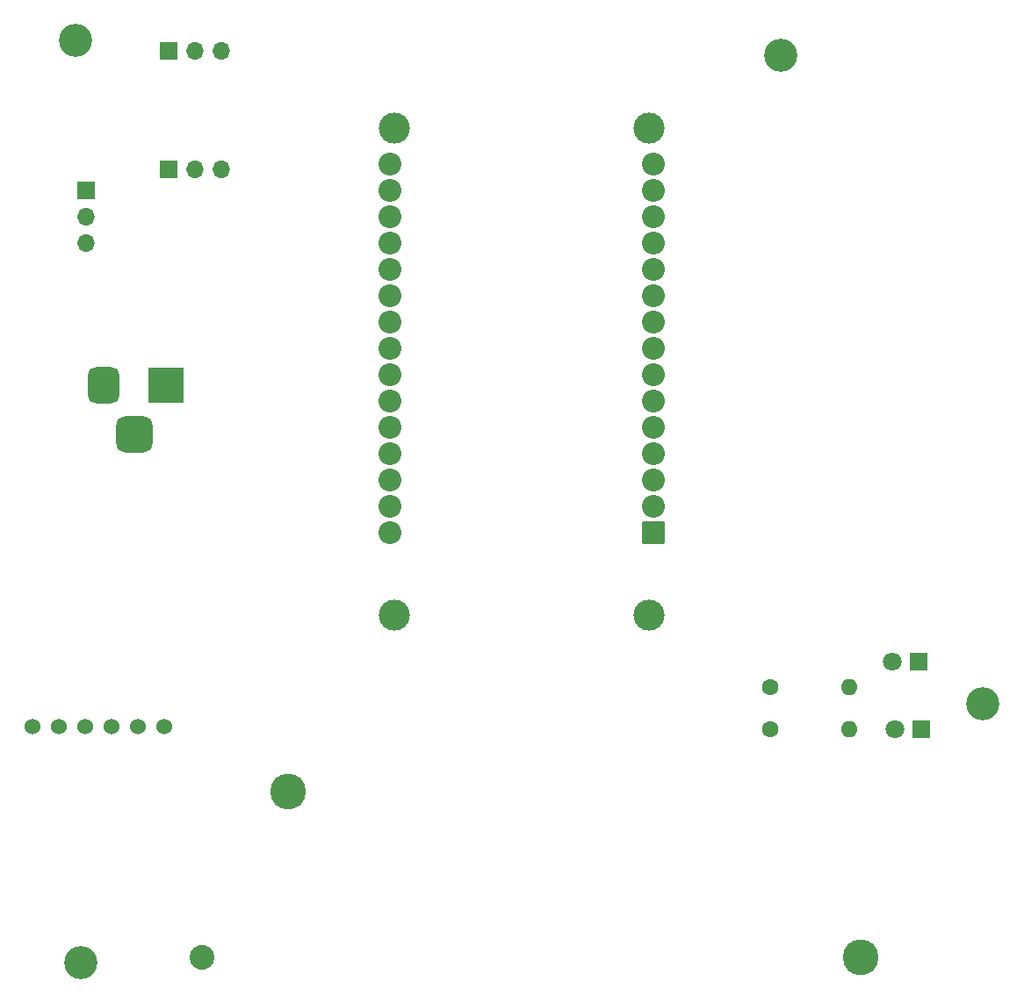
<source format=gbr>
%TF.GenerationSoftware,KiCad,Pcbnew,8.0.4*%
%TF.CreationDate,2024-08-27T12:01:37-05:00*%
%TF.ProjectId,ClonadorDeSe_alesEsp32,436c6f6e-6164-46f7-9244-655365f1616c,rev?*%
%TF.SameCoordinates,Original*%
%TF.FileFunction,Soldermask,Top*%
%TF.FilePolarity,Negative*%
%FSLAX46Y46*%
G04 Gerber Fmt 4.6, Leading zero omitted, Abs format (unit mm)*
G04 Created by KiCad (PCBNEW 8.0.4) date 2024-08-27 12:01:37*
%MOMM*%
%LPD*%
G01*
G04 APERTURE LIST*
G04 Aperture macros list*
%AMRoundRect*
0 Rectangle with rounded corners*
0 $1 Rounding radius*
0 $2 $3 $4 $5 $6 $7 $8 $9 X,Y pos of 4 corners*
0 Add a 4 corners polygon primitive as box body*
4,1,4,$2,$3,$4,$5,$6,$7,$8,$9,$2,$3,0*
0 Add four circle primitives for the rounded corners*
1,1,$1+$1,$2,$3*
1,1,$1+$1,$4,$5*
1,1,$1+$1,$6,$7*
1,1,$1+$1,$8,$9*
0 Add four rect primitives between the rounded corners*
20,1,$1+$1,$2,$3,$4,$5,0*
20,1,$1+$1,$4,$5,$6,$7,0*
20,1,$1+$1,$6,$7,$8,$9,0*
20,1,$1+$1,$8,$9,$2,$3,0*%
G04 Aperture macros list end*
%ADD10C,3.200000*%
%ADD11R,1.700000X1.700000*%
%ADD12O,1.700000X1.700000*%
%ADD13C,1.524000*%
%ADD14C,1.600000*%
%ADD15O,1.600000X1.600000*%
%ADD16R,3.500000X3.500000*%
%ADD17RoundRect,0.750000X-0.750000X-1.000000X0.750000X-1.000000X0.750000X1.000000X-0.750000X1.000000X0*%
%ADD18RoundRect,0.875000X-0.875000X-0.875000X0.875000X-0.875000X0.875000X0.875000X-0.875000X0.875000X0*%
%ADD19R,1.800000X1.800000*%
%ADD20C,1.800000*%
%ADD21C,3.000000*%
%ADD22RoundRect,0.102000X1.000000X1.000000X-1.000000X1.000000X-1.000000X-1.000000X1.000000X-1.000000X0*%
%ADD23C,2.204000*%
%ADD24C,2.390000*%
%ADD25C,3.450000*%
G04 APERTURE END LIST*
D10*
%TO.C,MH 3.2mm M3*%
X80500000Y-46000000D03*
%TD*%
D11*
%TO.C,Servo2*%
X89460000Y-58500000D03*
D12*
X92000000Y-58500000D03*
X94540000Y-58500000D03*
%TD*%
D13*
%TO.C,MH-CD42*%
X76340000Y-112230000D03*
X78880000Y-112230000D03*
X81420000Y-112230000D03*
X83960000Y-112230000D03*
X86500000Y-112230000D03*
X89040000Y-112230000D03*
%TD*%
D11*
%TO.C,Servo1*%
X89500000Y-47000000D03*
D12*
X92040000Y-47000000D03*
X94580000Y-47000000D03*
%TD*%
D14*
%TO.C,R1*%
X147500000Y-108450000D03*
D15*
X155120000Y-108450000D03*
%TD*%
D16*
%TO.C,EntradaJack*%
X89190000Y-79300000D03*
D17*
X83190000Y-79300000D03*
D18*
X86190000Y-84000000D03*
%TD*%
D14*
%TO.C,R2*%
X147500000Y-112500000D03*
D15*
X155120000Y-112500000D03*
%TD*%
D10*
%TO.C,MH 3.2mm M3*%
X148500000Y-47500000D03*
%TD*%
%TO.C,MH 3.2mm M3*%
X81000000Y-135000000D03*
%TD*%
%TO.C,MH 3.2mm M3*%
X168000000Y-110000000D03*
%TD*%
D19*
%TO.C,D1*%
X161775000Y-106000000D03*
D20*
X159235000Y-106000000D03*
%TD*%
D19*
%TO.C,D2*%
X162000000Y-112500000D03*
D20*
X159460000Y-112500000D03*
%TD*%
D11*
%TO.C,Zumbador*%
X81500000Y-60500000D03*
D12*
X81500000Y-63040000D03*
X81500000Y-65580000D03*
%TD*%
D21*
%TO.C,ESP32-DevKit1*%
X135780000Y-101475000D03*
X135780000Y-54525000D03*
X111270000Y-101475000D03*
X111270000Y-54525000D03*
D22*
X136200000Y-93515000D03*
D23*
X136200000Y-90975000D03*
X136200000Y-88435000D03*
X136200000Y-85895000D03*
X136200000Y-83355000D03*
X136200000Y-80815000D03*
X136200000Y-78275000D03*
X136200000Y-75735000D03*
X136200000Y-73195000D03*
X136200000Y-70655000D03*
X136200000Y-68115000D03*
X136200000Y-65575000D03*
X136200000Y-63035000D03*
X136200000Y-60495000D03*
X136200000Y-57955000D03*
X110800000Y-57955000D03*
X110800000Y-60495000D03*
X110800000Y-63035000D03*
X110800000Y-65575000D03*
X110800000Y-68115000D03*
X110800000Y-70655000D03*
X110800000Y-73195000D03*
X110800000Y-75735000D03*
X110800000Y-78275000D03*
X110800000Y-80815000D03*
X110800000Y-83355000D03*
X110800000Y-85895000D03*
X110800000Y-88435000D03*
X110800000Y-90975000D03*
X110800000Y-93515000D03*
%TD*%
D24*
%TO.C,Bateria 18650*%
X92670000Y-134500000D03*
D25*
X101000000Y-118500000D03*
X156200000Y-134500000D03*
%TD*%
M02*

</source>
